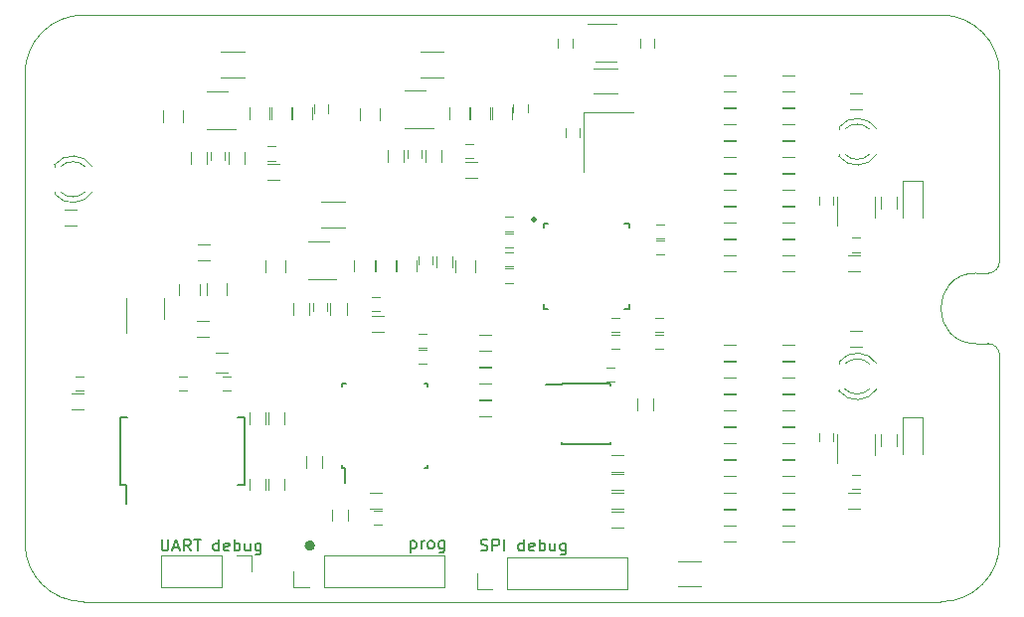
<source format=gbr>
G04 #@! TF.GenerationSoftware,KiCad,Pcbnew,(5.1.2)-1*
G04 #@! TF.CreationDate,2019-07-27T14:33:51+02:00*
G04 #@! TF.ProjectId,arbitrary_func_gen,61726269-7472-4617-9279-5f66756e635f,REV1.0*
G04 #@! TF.SameCoordinates,Original*
G04 #@! TF.FileFunction,Legend,Top*
G04 #@! TF.FilePolarity,Positive*
%FSLAX46Y46*%
G04 Gerber Fmt 4.6, Leading zero omitted, Abs format (unit mm)*
G04 Created by KiCad (PCBNEW (5.1.2)-1) date 2019-07-27 14:33:51*
%MOMM*%
%LPD*%
G04 APERTURE LIST*
%ADD10C,0.150000*%
%ADD11C,0.500000*%
%ADD12C,0.100000*%
%ADD13C,0.120000*%
G04 APERTURE END LIST*
D10*
X84645714Y-84672380D02*
X84645714Y-85481904D01*
X84693333Y-85577142D01*
X84740952Y-85624761D01*
X84836190Y-85672380D01*
X85026666Y-85672380D01*
X85121904Y-85624761D01*
X85169523Y-85577142D01*
X85217142Y-85481904D01*
X85217142Y-84672380D01*
X85645714Y-85386666D02*
X86121904Y-85386666D01*
X85550476Y-85672380D02*
X85883809Y-84672380D01*
X86217142Y-85672380D01*
X87121904Y-85672380D02*
X86788571Y-85196190D01*
X86550476Y-85672380D02*
X86550476Y-84672380D01*
X86931428Y-84672380D01*
X87026666Y-84720000D01*
X87074285Y-84767619D01*
X87121904Y-84862857D01*
X87121904Y-85005714D01*
X87074285Y-85100952D01*
X87026666Y-85148571D01*
X86931428Y-85196190D01*
X86550476Y-85196190D01*
X87407619Y-84672380D02*
X87979047Y-84672380D01*
X87693333Y-85672380D02*
X87693333Y-84672380D01*
X89502857Y-85672380D02*
X89502857Y-84672380D01*
X89502857Y-85624761D02*
X89407619Y-85672380D01*
X89217142Y-85672380D01*
X89121904Y-85624761D01*
X89074285Y-85577142D01*
X89026666Y-85481904D01*
X89026666Y-85196190D01*
X89074285Y-85100952D01*
X89121904Y-85053333D01*
X89217142Y-85005714D01*
X89407619Y-85005714D01*
X89502857Y-85053333D01*
X90360000Y-85624761D02*
X90264761Y-85672380D01*
X90074285Y-85672380D01*
X89979047Y-85624761D01*
X89931428Y-85529523D01*
X89931428Y-85148571D01*
X89979047Y-85053333D01*
X90074285Y-85005714D01*
X90264761Y-85005714D01*
X90360000Y-85053333D01*
X90407619Y-85148571D01*
X90407619Y-85243809D01*
X89931428Y-85339047D01*
X90836190Y-85672380D02*
X90836190Y-84672380D01*
X90836190Y-85053333D02*
X90931428Y-85005714D01*
X91121904Y-85005714D01*
X91217142Y-85053333D01*
X91264761Y-85100952D01*
X91312380Y-85196190D01*
X91312380Y-85481904D01*
X91264761Y-85577142D01*
X91217142Y-85624761D01*
X91121904Y-85672380D01*
X90931428Y-85672380D01*
X90836190Y-85624761D01*
X92169523Y-85005714D02*
X92169523Y-85672380D01*
X91740952Y-85005714D02*
X91740952Y-85529523D01*
X91788571Y-85624761D01*
X91883809Y-85672380D01*
X92026666Y-85672380D01*
X92121904Y-85624761D01*
X92169523Y-85577142D01*
X93074285Y-85005714D02*
X93074285Y-85815238D01*
X93026666Y-85910476D01*
X92979047Y-85958095D01*
X92883809Y-86005714D01*
X92740952Y-86005714D01*
X92645714Y-85958095D01*
X93074285Y-85624761D02*
X92979047Y-85672380D01*
X92788571Y-85672380D01*
X92693333Y-85624761D01*
X92645714Y-85577142D01*
X92598095Y-85481904D01*
X92598095Y-85196190D01*
X92645714Y-85100952D01*
X92693333Y-85053333D01*
X92788571Y-85005714D01*
X92979047Y-85005714D01*
X93074285Y-85053333D01*
X111817142Y-85624761D02*
X111960000Y-85672380D01*
X112198095Y-85672380D01*
X112293333Y-85624761D01*
X112340952Y-85577142D01*
X112388571Y-85481904D01*
X112388571Y-85386666D01*
X112340952Y-85291428D01*
X112293333Y-85243809D01*
X112198095Y-85196190D01*
X112007619Y-85148571D01*
X111912380Y-85100952D01*
X111864761Y-85053333D01*
X111817142Y-84958095D01*
X111817142Y-84862857D01*
X111864761Y-84767619D01*
X111912380Y-84720000D01*
X112007619Y-84672380D01*
X112245714Y-84672380D01*
X112388571Y-84720000D01*
X112817142Y-85672380D02*
X112817142Y-84672380D01*
X113198095Y-84672380D01*
X113293333Y-84720000D01*
X113340952Y-84767619D01*
X113388571Y-84862857D01*
X113388571Y-85005714D01*
X113340952Y-85100952D01*
X113293333Y-85148571D01*
X113198095Y-85196190D01*
X112817142Y-85196190D01*
X113817142Y-85672380D02*
X113817142Y-84672380D01*
X115483809Y-85672380D02*
X115483809Y-84672380D01*
X115483809Y-85624761D02*
X115388571Y-85672380D01*
X115198095Y-85672380D01*
X115102857Y-85624761D01*
X115055238Y-85577142D01*
X115007619Y-85481904D01*
X115007619Y-85196190D01*
X115055238Y-85100952D01*
X115102857Y-85053333D01*
X115198095Y-85005714D01*
X115388571Y-85005714D01*
X115483809Y-85053333D01*
X116340952Y-85624761D02*
X116245714Y-85672380D01*
X116055238Y-85672380D01*
X115960000Y-85624761D01*
X115912380Y-85529523D01*
X115912380Y-85148571D01*
X115960000Y-85053333D01*
X116055238Y-85005714D01*
X116245714Y-85005714D01*
X116340952Y-85053333D01*
X116388571Y-85148571D01*
X116388571Y-85243809D01*
X115912380Y-85339047D01*
X116817142Y-85672380D02*
X116817142Y-84672380D01*
X116817142Y-85053333D02*
X116912380Y-85005714D01*
X117102857Y-85005714D01*
X117198095Y-85053333D01*
X117245714Y-85100952D01*
X117293333Y-85196190D01*
X117293333Y-85481904D01*
X117245714Y-85577142D01*
X117198095Y-85624761D01*
X117102857Y-85672380D01*
X116912380Y-85672380D01*
X116817142Y-85624761D01*
X118150476Y-85005714D02*
X118150476Y-85672380D01*
X117721904Y-85005714D02*
X117721904Y-85529523D01*
X117769523Y-85624761D01*
X117864761Y-85672380D01*
X118007619Y-85672380D01*
X118102857Y-85624761D01*
X118150476Y-85577142D01*
X119055238Y-85005714D02*
X119055238Y-85815238D01*
X119007619Y-85910476D01*
X118960000Y-85958095D01*
X118864761Y-86005714D01*
X118721904Y-86005714D01*
X118626666Y-85958095D01*
X119055238Y-85624761D02*
X118960000Y-85672380D01*
X118769523Y-85672380D01*
X118674285Y-85624761D01*
X118626666Y-85577142D01*
X118579047Y-85481904D01*
X118579047Y-85196190D01*
X118626666Y-85100952D01*
X118674285Y-85053333D01*
X118769523Y-85005714D01*
X118960000Y-85005714D01*
X119055238Y-85053333D01*
X105831428Y-84805714D02*
X105831428Y-85805714D01*
X105831428Y-84853333D02*
X105926666Y-84805714D01*
X106117142Y-84805714D01*
X106212380Y-84853333D01*
X106260000Y-84900952D01*
X106307619Y-84996190D01*
X106307619Y-85281904D01*
X106260000Y-85377142D01*
X106212380Y-85424761D01*
X106117142Y-85472380D01*
X105926666Y-85472380D01*
X105831428Y-85424761D01*
X106736190Y-85472380D02*
X106736190Y-84805714D01*
X106736190Y-84996190D02*
X106783809Y-84900952D01*
X106831428Y-84853333D01*
X106926666Y-84805714D01*
X107021904Y-84805714D01*
X107498095Y-85472380D02*
X107402857Y-85424761D01*
X107355238Y-85377142D01*
X107307619Y-85281904D01*
X107307619Y-84996190D01*
X107355238Y-84900952D01*
X107402857Y-84853333D01*
X107498095Y-84805714D01*
X107640952Y-84805714D01*
X107736190Y-84853333D01*
X107783809Y-84900952D01*
X107831428Y-84996190D01*
X107831428Y-85281904D01*
X107783809Y-85377142D01*
X107736190Y-85424761D01*
X107640952Y-85472380D01*
X107498095Y-85472380D01*
X108688571Y-84805714D02*
X108688571Y-85615238D01*
X108640952Y-85710476D01*
X108593333Y-85758095D01*
X108498095Y-85805714D01*
X108355238Y-85805714D01*
X108260000Y-85758095D01*
X108688571Y-85424761D02*
X108593333Y-85472380D01*
X108402857Y-85472380D01*
X108307619Y-85424761D01*
X108260000Y-85377142D01*
X108212380Y-85281904D01*
X108212380Y-84996190D01*
X108260000Y-84900952D01*
X108307619Y-84853333D01*
X108402857Y-84805714D01*
X108593333Y-84805714D01*
X108688571Y-84853333D01*
D11*
X97460000Y-85220000D02*
G75*
G03X97460000Y-85220000I-200000J0D01*
G01*
D12*
X155000000Y-68000000D02*
X154000000Y-68000000D01*
X156000000Y-85000000D02*
X156000000Y-69000000D01*
X78000000Y-90000000D02*
X151000000Y-90000000D01*
X73000000Y-45000000D02*
X73000000Y-85000000D01*
X151000000Y-40000000D02*
X78000000Y-40000000D01*
X156000000Y-61000000D02*
X156000000Y-45000000D01*
X154000000Y-62000000D02*
X155000000Y-62000000D01*
X156000000Y-61000000D02*
G75*
G02X155000000Y-62000000I-1000000J0D01*
G01*
X154000000Y-68000000D02*
G75*
G02X154000000Y-62000000I0J3000000D01*
G01*
X155000000Y-68000000D02*
G75*
G02X156000000Y-69000000I0J-1000000D01*
G01*
X156000000Y-85000000D02*
G75*
G02X151000000Y-90000000I-5000000J0D01*
G01*
X78000000Y-90000000D02*
G75*
G02X73000000Y-85000000I0J5000000D01*
G01*
X73000000Y-45000000D02*
G75*
G02X78000000Y-40000000I5000000J0D01*
G01*
X151000000Y-40000000D02*
G75*
G02X156000000Y-45000000I0J-5000000D01*
G01*
D13*
X100260000Y-58090000D02*
X98260000Y-58090000D01*
X98260000Y-55950000D02*
X100260000Y-55950000D01*
X91660000Y-45290000D02*
X89660000Y-45290000D01*
X89660000Y-43150000D02*
X91660000Y-43150000D01*
X108660000Y-45290000D02*
X106660000Y-45290000D01*
X106660000Y-43150000D02*
X108660000Y-43150000D01*
X99180000Y-83120000D02*
X99180000Y-82120000D01*
X100540000Y-82120000D02*
X100540000Y-83120000D01*
X107210000Y-69710000D02*
X106510000Y-69710000D01*
X106510000Y-68510000D02*
X107210000Y-68510000D01*
D11*
X116300000Y-57400000D02*
G75*
G03X116300000Y-57400000I0J0D01*
G01*
D10*
X124450000Y-65050000D02*
X124450000Y-64650000D01*
X124050000Y-65050000D02*
X124450000Y-65050000D01*
X117150000Y-65050000D02*
X117150000Y-64650000D01*
X117550000Y-65050000D02*
X117150000Y-65050000D01*
X124450000Y-57750000D02*
X124450000Y-58150000D01*
X124050000Y-57750000D02*
X124450000Y-57750000D01*
X117150000Y-57750000D02*
X117150000Y-58150000D01*
X117550000Y-57750000D02*
X117150000Y-57750000D01*
D13*
X122960000Y-79140000D02*
X123960000Y-79140000D01*
X123960000Y-80500000D02*
X122960000Y-80500000D01*
X84590000Y-86070000D02*
X84590000Y-88730000D01*
X89730000Y-86070000D02*
X84590000Y-86070000D01*
X89730000Y-88730000D02*
X84590000Y-88730000D01*
X89730000Y-86070000D02*
X89730000Y-88730000D01*
X91000000Y-86070000D02*
X92330000Y-86070000D01*
X92330000Y-86070000D02*
X92330000Y-87400000D01*
X128600000Y-86530000D02*
X130600000Y-86530000D01*
X130600000Y-88670000D02*
X128600000Y-88670000D01*
X121460000Y-44550000D02*
X123460000Y-44550000D01*
X123460000Y-46690000D02*
X121460000Y-46690000D01*
X90250000Y-46540000D02*
X88450000Y-46540000D01*
X88450000Y-49760000D02*
X90900000Y-49760000D01*
X107100000Y-46390000D02*
X105300000Y-46390000D01*
X105300000Y-49610000D02*
X107750000Y-49610000D01*
X98880000Y-59320000D02*
X97080000Y-59320000D01*
X97080000Y-62540000D02*
X99530000Y-62540000D01*
X121600000Y-44010000D02*
X123400000Y-44010000D01*
X123400000Y-40790000D02*
X120950000Y-40790000D01*
X77400000Y-57930000D02*
X76400000Y-57930000D01*
X76400000Y-56570000D02*
X77400000Y-56570000D01*
X109380000Y-60530000D02*
X109380000Y-61530000D01*
X108020000Y-61530000D02*
X108020000Y-60530000D01*
X87120000Y-52700000D02*
X87120000Y-51700000D01*
X88480000Y-51700000D02*
X88480000Y-52700000D01*
X91680000Y-51690000D02*
X91680000Y-52690000D01*
X90320000Y-52690000D02*
X90320000Y-51690000D01*
X103920000Y-52500000D02*
X103920000Y-51500000D01*
X105280000Y-51500000D02*
X105280000Y-52500000D01*
X108480000Y-51500000D02*
X108480000Y-52500000D01*
X107120000Y-52500000D02*
X107120000Y-51500000D01*
X95820000Y-65540000D02*
X95820000Y-64540000D01*
X97180000Y-64540000D02*
X97180000Y-65540000D01*
X100380000Y-64530000D02*
X100380000Y-65530000D01*
X99020000Y-65530000D02*
X99020000Y-64530000D01*
X93650000Y-52720000D02*
X94650000Y-52720000D01*
X94650000Y-54080000D02*
X93650000Y-54080000D01*
X110500000Y-52520000D02*
X111500000Y-52520000D01*
X111500000Y-53880000D02*
X110500000Y-53880000D01*
X102560000Y-65620000D02*
X103560000Y-65620000D01*
X103560000Y-66980000D02*
X102560000Y-66980000D01*
X88630000Y-67400000D02*
X87630000Y-67400000D01*
X87630000Y-66040000D02*
X88630000Y-66040000D01*
X88700000Y-60910000D02*
X87700000Y-60910000D01*
X87700000Y-59550000D02*
X88700000Y-59550000D01*
X78742335Y-52921392D02*
G75*
G03X75510000Y-52764484I-1672335J-1078608D01*
G01*
X78742335Y-55078608D02*
G75*
G02X75510000Y-55235516I-1672335J1078608D01*
G01*
X78111130Y-52920163D02*
G75*
G03X76029039Y-52920000I-1041130J-1079837D01*
G01*
X78111130Y-55079837D02*
G75*
G02X76029039Y-55080000I-1041130J1079837D01*
G01*
X75510000Y-52764000D02*
X75510000Y-52920000D01*
X75510000Y-55080000D02*
X75510000Y-55236000D01*
X111350000Y-61930000D02*
X111350000Y-60930000D01*
X109650000Y-60930000D02*
X109650000Y-61930000D01*
X93850000Y-48900000D02*
X93850000Y-47900000D01*
X92150000Y-47900000D02*
X92150000Y-48900000D01*
X110850000Y-48900000D02*
X110850000Y-47900000D01*
X109150000Y-47900000D02*
X109150000Y-48900000D01*
X104550000Y-61880000D02*
X104550000Y-60880000D01*
X102850000Y-60880000D02*
X102850000Y-61880000D01*
X97430000Y-48900000D02*
X97430000Y-47900000D01*
X95730000Y-47900000D02*
X95730000Y-48900000D01*
X112650000Y-48900000D02*
X112650000Y-47900000D01*
X110950000Y-47900000D02*
X110950000Y-48900000D01*
X106350000Y-61880000D02*
X106350000Y-60880000D01*
X104650000Y-60880000D02*
X104650000Y-61880000D01*
X95650000Y-48900000D02*
X95650000Y-47900000D01*
X93950000Y-47900000D02*
X93950000Y-48900000D01*
X114450000Y-48900000D02*
X114450000Y-47900000D01*
X112750000Y-47900000D02*
X112750000Y-48900000D01*
X102750000Y-61880000D02*
X102750000Y-60880000D01*
X101050000Y-60880000D02*
X101050000Y-61880000D01*
X98800000Y-47650000D02*
X98800000Y-48350000D01*
X97600000Y-48350000D02*
X97600000Y-47650000D01*
X115800000Y-47600000D02*
X115800000Y-48300000D01*
X114600000Y-48300000D02*
X114600000Y-47600000D01*
X107700000Y-60580000D02*
X107700000Y-61280000D01*
X106500000Y-61280000D02*
X106500000Y-60580000D01*
X88800000Y-52390000D02*
X88800000Y-51690000D01*
X90000000Y-51690000D02*
X90000000Y-52390000D01*
X105600000Y-52200000D02*
X105600000Y-51500000D01*
X106800000Y-51500000D02*
X106800000Y-52200000D01*
X97500000Y-65230000D02*
X97500000Y-64530000D01*
X98700000Y-64530000D02*
X98700000Y-65230000D01*
X93650000Y-51200000D02*
X94350000Y-51200000D01*
X94350000Y-52400000D02*
X93650000Y-52400000D01*
X110500000Y-51000000D02*
X111200000Y-51000000D01*
X111200000Y-52200000D02*
X110500000Y-52200000D01*
X102550000Y-64030000D02*
X103250000Y-64030000D01*
X103250000Y-65230000D02*
X102550000Y-65230000D01*
X86450000Y-49100000D02*
X86450000Y-48100000D01*
X84750000Y-48100000D02*
X84750000Y-49100000D01*
X103250000Y-48950000D02*
X103250000Y-47950000D01*
X101550000Y-47950000D02*
X101550000Y-48950000D01*
X95150000Y-61930000D02*
X95150000Y-60930000D01*
X93450000Y-60930000D02*
X93450000Y-61930000D01*
X126600000Y-42050000D02*
X126600000Y-42750000D01*
X125400000Y-42750000D02*
X125400000Y-42050000D01*
X119600000Y-42050000D02*
X119600000Y-42750000D01*
X118400000Y-42750000D02*
X118400000Y-42050000D01*
X90190000Y-63880000D02*
X90190000Y-62880000D01*
X88490000Y-62880000D02*
X88490000Y-63880000D01*
X87850000Y-63900000D02*
X87850000Y-62900000D01*
X86150000Y-62900000D02*
X86150000Y-63900000D01*
X124785000Y-48270000D02*
X120535000Y-48270000D01*
X120535000Y-48270000D02*
X120535000Y-53370000D01*
X145410000Y-77500000D02*
X145410000Y-75700000D01*
X142190000Y-75700000D02*
X142190000Y-78150000D01*
X145410000Y-57300000D02*
X145410000Y-55500000D01*
X142190000Y-55500000D02*
X142190000Y-57950000D01*
D10*
X118725000Y-71425000D02*
X118725000Y-71475000D01*
X122875000Y-71425000D02*
X122875000Y-71570000D01*
X122875000Y-76575000D02*
X122875000Y-76430000D01*
X118725000Y-76575000D02*
X118725000Y-76430000D01*
X118725000Y-71425000D02*
X122875000Y-71425000D01*
X118725000Y-76575000D02*
X122875000Y-76575000D01*
X118725000Y-71475000D02*
X117325000Y-71475000D01*
D13*
X84810000Y-65900000D02*
X84810000Y-64100000D01*
X81590000Y-64100000D02*
X81590000Y-67050000D01*
D10*
X81075000Y-80075000D02*
X81650000Y-80075000D01*
X81075000Y-74325000D02*
X81725000Y-74325000D01*
X91725000Y-74325000D02*
X91075000Y-74325000D01*
X91725000Y-80075000D02*
X91075000Y-80075000D01*
X81075000Y-80075000D02*
X81075000Y-74325000D01*
X91725000Y-80075000D02*
X91725000Y-74325000D01*
X81650000Y-80075000D02*
X81650000Y-81675000D01*
X100035000Y-78645000D02*
X100260000Y-78645000D01*
X100035000Y-71395000D02*
X100335000Y-71395000D01*
X107285000Y-71395000D02*
X106985000Y-71395000D01*
X107285000Y-78645000D02*
X106985000Y-78645000D01*
X100035000Y-78645000D02*
X100035000Y-78345000D01*
X107285000Y-78645000D02*
X107285000Y-78345000D01*
X107285000Y-71395000D02*
X107285000Y-71695000D01*
X100035000Y-71395000D02*
X100035000Y-71695000D01*
X100260000Y-78645000D02*
X100260000Y-79870000D01*
D13*
X111710000Y-67240000D02*
X112710000Y-67240000D01*
X112710000Y-68600000D02*
X111710000Y-68600000D01*
X111710000Y-68640000D02*
X112710000Y-68640000D01*
X112710000Y-70000000D02*
X111710000Y-70000000D01*
X143300000Y-66920000D02*
X144300000Y-66920000D01*
X144300000Y-68280000D02*
X143300000Y-68280000D01*
X143300000Y-46720000D02*
X144300000Y-46720000D01*
X144300000Y-48080000D02*
X143300000Y-48080000D01*
X111710000Y-72840000D02*
X112710000Y-72840000D01*
X112710000Y-74200000D02*
X111710000Y-74200000D01*
X111710000Y-70040000D02*
X112710000Y-70040000D01*
X112710000Y-71400000D02*
X111710000Y-71400000D01*
X111710000Y-71440000D02*
X112710000Y-71440000D01*
X112710000Y-72800000D02*
X111710000Y-72800000D01*
X95080000Y-79500000D02*
X95080000Y-80500000D01*
X93720000Y-80500000D02*
X93720000Y-79500000D01*
X93480000Y-79500000D02*
X93480000Y-80500000D01*
X92120000Y-80500000D02*
X92120000Y-79500000D01*
X96980000Y-78610000D02*
X96980000Y-77610000D01*
X98340000Y-77610000D02*
X98340000Y-78610000D01*
X102360000Y-80740000D02*
X103360000Y-80740000D01*
X103360000Y-82100000D02*
X102360000Y-82100000D01*
X93480000Y-73900000D02*
X93480000Y-74900000D01*
X92120000Y-74900000D02*
X92120000Y-73900000D01*
X95080000Y-73900000D02*
X95080000Y-74900000D01*
X93720000Y-74900000D02*
X93720000Y-73900000D01*
X147280000Y-75700000D02*
X147280000Y-76700000D01*
X145920000Y-76700000D02*
X145920000Y-75700000D01*
X138500000Y-69480000D02*
X137500000Y-69480000D01*
X137500000Y-68120000D02*
X138500000Y-68120000D01*
X138500000Y-70880000D02*
X137500000Y-70880000D01*
X137500000Y-69520000D02*
X138500000Y-69520000D01*
X138500000Y-72280000D02*
X137500000Y-72280000D01*
X137500000Y-70920000D02*
X138500000Y-70920000D01*
X138500000Y-73680000D02*
X137500000Y-73680000D01*
X137500000Y-72320000D02*
X138500000Y-72320000D01*
X138500000Y-75080000D02*
X137500000Y-75080000D01*
X137500000Y-73720000D02*
X138500000Y-73720000D01*
X138500000Y-76480000D02*
X137500000Y-76480000D01*
X137500000Y-75120000D02*
X138500000Y-75120000D01*
X138500000Y-77880000D02*
X137500000Y-77880000D01*
X137500000Y-76520000D02*
X138500000Y-76520000D01*
X138500000Y-79280000D02*
X137500000Y-79280000D01*
X137500000Y-77920000D02*
X138500000Y-77920000D01*
X138500000Y-80680000D02*
X137500000Y-80680000D01*
X137500000Y-79320000D02*
X138500000Y-79320000D01*
X138500000Y-82080000D02*
X137500000Y-82080000D01*
X137500000Y-80720000D02*
X138500000Y-80720000D01*
X138500000Y-83480000D02*
X137500000Y-83480000D01*
X137500000Y-82120000D02*
X138500000Y-82120000D01*
X138500000Y-84880000D02*
X137500000Y-84880000D01*
X137500000Y-83520000D02*
X138500000Y-83520000D01*
X132500000Y-68120000D02*
X133500000Y-68120000D01*
X133500000Y-69480000D02*
X132500000Y-69480000D01*
X132500000Y-69520000D02*
X133500000Y-69520000D01*
X133500000Y-70880000D02*
X132500000Y-70880000D01*
X132500000Y-70920000D02*
X133500000Y-70920000D01*
X133500000Y-72280000D02*
X132500000Y-72280000D01*
X132500000Y-72320000D02*
X133500000Y-72320000D01*
X133500000Y-73680000D02*
X132500000Y-73680000D01*
X132500000Y-73720000D02*
X133500000Y-73720000D01*
X133500000Y-75080000D02*
X132500000Y-75080000D01*
X132500000Y-75120000D02*
X133500000Y-75120000D01*
X133500000Y-76480000D02*
X132500000Y-76480000D01*
X132500000Y-76520000D02*
X133500000Y-76520000D01*
X133500000Y-77880000D02*
X132500000Y-77880000D01*
X132500000Y-77920000D02*
X133500000Y-77920000D01*
X133500000Y-79280000D02*
X132500000Y-79280000D01*
X132500000Y-79320000D02*
X133500000Y-79320000D01*
X133500000Y-80680000D02*
X132500000Y-80680000D01*
X132500000Y-80720000D02*
X133500000Y-80720000D01*
X133500000Y-82080000D02*
X132500000Y-82080000D01*
X132500000Y-82120000D02*
X133500000Y-82120000D01*
X133500000Y-83480000D02*
X132500000Y-83480000D01*
X132500000Y-83520000D02*
X133500000Y-83520000D01*
X133500000Y-84880000D02*
X132500000Y-84880000D01*
X147280000Y-55500000D02*
X147280000Y-56500000D01*
X145920000Y-56500000D02*
X145920000Y-55500000D01*
X138500000Y-46480000D02*
X137500000Y-46480000D01*
X137500000Y-45120000D02*
X138500000Y-45120000D01*
X138500000Y-47880000D02*
X137500000Y-47880000D01*
X137500000Y-46520000D02*
X138500000Y-46520000D01*
X138500000Y-49280000D02*
X137500000Y-49280000D01*
X137500000Y-47920000D02*
X138500000Y-47920000D01*
X138500000Y-50680000D02*
X137500000Y-50680000D01*
X137500000Y-49320000D02*
X138500000Y-49320000D01*
X138500000Y-52080000D02*
X137500000Y-52080000D01*
X137500000Y-50720000D02*
X138500000Y-50720000D01*
X138500000Y-53480000D02*
X137500000Y-53480000D01*
X137500000Y-52120000D02*
X138500000Y-52120000D01*
X138500000Y-54880000D02*
X137500000Y-54880000D01*
X137500000Y-53520000D02*
X138500000Y-53520000D01*
X138500000Y-56280000D02*
X137500000Y-56280000D01*
X137500000Y-54920000D02*
X138500000Y-54920000D01*
X138500000Y-57680000D02*
X137500000Y-57680000D01*
X137500000Y-56320000D02*
X138500000Y-56320000D01*
X138500000Y-59080000D02*
X137500000Y-59080000D01*
X137500000Y-57720000D02*
X138500000Y-57720000D01*
X138500000Y-60480000D02*
X137500000Y-60480000D01*
X137500000Y-59120000D02*
X138500000Y-59120000D01*
X138500000Y-61880000D02*
X137500000Y-61880000D01*
X137500000Y-60520000D02*
X138500000Y-60520000D01*
X132500000Y-45120000D02*
X133500000Y-45120000D01*
X133500000Y-46480000D02*
X132500000Y-46480000D01*
X132500000Y-46520000D02*
X133500000Y-46520000D01*
X133500000Y-47880000D02*
X132500000Y-47880000D01*
X132500000Y-47920000D02*
X133500000Y-47920000D01*
X133500000Y-49280000D02*
X132500000Y-49280000D01*
X132500000Y-49320000D02*
X133500000Y-49320000D01*
X133500000Y-50680000D02*
X132500000Y-50680000D01*
X132500000Y-50720000D02*
X133500000Y-50720000D01*
X133500000Y-52080000D02*
X132500000Y-52080000D01*
X132500000Y-52120000D02*
X133500000Y-52120000D01*
X133500000Y-53480000D02*
X132500000Y-53480000D01*
X132500000Y-53520000D02*
X133500000Y-53520000D01*
X133500000Y-54880000D02*
X132500000Y-54880000D01*
X132500000Y-54920000D02*
X133500000Y-54920000D01*
X133500000Y-56280000D02*
X132500000Y-56280000D01*
X132500000Y-56320000D02*
X133500000Y-56320000D01*
X133500000Y-57680000D02*
X132500000Y-57680000D01*
X132500000Y-57720000D02*
X133500000Y-57720000D01*
X133500000Y-59080000D02*
X132500000Y-59080000D01*
X132500000Y-59120000D02*
X133500000Y-59120000D01*
X133500000Y-60480000D02*
X132500000Y-60480000D01*
X132500000Y-60520000D02*
X133500000Y-60520000D01*
X133500000Y-61880000D02*
X132500000Y-61880000D01*
X125120000Y-73700000D02*
X125120000Y-72700000D01*
X126480000Y-72700000D02*
X126480000Y-73700000D01*
X122960000Y-82340000D02*
X123960000Y-82340000D01*
X123960000Y-83700000D02*
X122960000Y-83700000D01*
X122960000Y-77540000D02*
X123960000Y-77540000D01*
X123960000Y-78900000D02*
X122960000Y-78900000D01*
X122960000Y-80740000D02*
X123960000Y-80740000D01*
X123960000Y-82100000D02*
X122960000Y-82100000D01*
X76960000Y-72240000D02*
X77960000Y-72240000D01*
X77960000Y-73600000D02*
X76960000Y-73600000D01*
X143100000Y-80720000D02*
X144100000Y-80720000D01*
X144100000Y-82080000D02*
X143100000Y-82080000D01*
X143100000Y-60520000D02*
X144100000Y-60520000D01*
X144100000Y-61880000D02*
X143100000Y-61880000D01*
X124290000Y-88920000D02*
X124290000Y-86260000D01*
X114070000Y-88920000D02*
X124290000Y-88920000D01*
X114070000Y-86260000D02*
X124290000Y-86260000D01*
X114070000Y-88920000D02*
X114070000Y-86260000D01*
X112800000Y-88920000D02*
X111470000Y-88920000D01*
X111470000Y-88920000D02*
X111470000Y-87590000D01*
X108690000Y-88730000D02*
X108690000Y-86070000D01*
X98470000Y-88730000D02*
X108690000Y-88730000D01*
X98470000Y-86070000D02*
X108690000Y-86070000D01*
X98470000Y-88730000D02*
X98470000Y-86070000D01*
X97200000Y-88730000D02*
X95870000Y-88730000D01*
X95870000Y-88730000D02*
X95870000Y-87400000D01*
X149450000Y-74300000D02*
X147750000Y-74300000D01*
X147750000Y-74300000D02*
X147750000Y-77450000D01*
X149450000Y-74300000D02*
X149450000Y-77450000D01*
X145542335Y-69721392D02*
G75*
G03X142310000Y-69564484I-1672335J-1078608D01*
G01*
X145542335Y-71878608D02*
G75*
G02X142310000Y-72035516I-1672335J1078608D01*
G01*
X144911130Y-69720163D02*
G75*
G03X142829039Y-69720000I-1041130J-1079837D01*
G01*
X144911130Y-71879837D02*
G75*
G02X142829039Y-71880000I-1041130J1079837D01*
G01*
X142310000Y-69564000D02*
X142310000Y-69720000D01*
X142310000Y-71880000D02*
X142310000Y-72036000D01*
X145542335Y-49721392D02*
G75*
G03X142310000Y-49564484I-1672335J-1078608D01*
G01*
X145542335Y-51878608D02*
G75*
G02X142310000Y-52035516I-1672335J1078608D01*
G01*
X144911130Y-49720163D02*
G75*
G03X142829039Y-49720000I-1041130J-1079837D01*
G01*
X144911130Y-51879837D02*
G75*
G02X142829039Y-51880000I-1041130J1079837D01*
G01*
X142310000Y-49564000D02*
X142310000Y-49720000D01*
X142310000Y-51880000D02*
X142310000Y-52036000D01*
X149450000Y-54100000D02*
X147750000Y-54100000D01*
X147750000Y-54100000D02*
X147750000Y-57250000D01*
X149450000Y-54100000D02*
X149450000Y-57250000D01*
X107210000Y-68380000D02*
X106510000Y-68380000D01*
X106510000Y-67180000D02*
X107210000Y-67180000D01*
X103410000Y-83420000D02*
X102710000Y-83420000D01*
X102710000Y-82220000D02*
X103410000Y-82220000D01*
X89240000Y-70510000D02*
X90240000Y-70510000D01*
X90240000Y-68810000D02*
X89240000Y-68810000D01*
X86080000Y-70800000D02*
X86780000Y-70800000D01*
X86780000Y-72000000D02*
X86080000Y-72000000D01*
X90550000Y-72000000D02*
X89850000Y-72000000D01*
X89850000Y-70800000D02*
X90550000Y-70800000D01*
X144150000Y-80400000D02*
X143450000Y-80400000D01*
X143450000Y-79200000D02*
X144150000Y-79200000D01*
X141800000Y-55450000D02*
X141800000Y-56150000D01*
X140600000Y-56150000D02*
X140600000Y-55450000D01*
X144150000Y-60200000D02*
X143450000Y-60200000D01*
X143450000Y-59000000D02*
X144150000Y-59000000D01*
X141800000Y-75650000D02*
X141800000Y-76350000D01*
X140600000Y-76350000D02*
X140600000Y-75650000D01*
X123210000Y-71220000D02*
X122510000Y-71220000D01*
X122510000Y-70020000D02*
X123210000Y-70020000D01*
X120260000Y-49670000D02*
X120260000Y-50370000D01*
X119060000Y-50370000D02*
X119060000Y-49670000D01*
X122910000Y-67220000D02*
X123610000Y-67220000D01*
X123610000Y-68420000D02*
X122910000Y-68420000D01*
X122910000Y-65780000D02*
X123610000Y-65780000D01*
X123610000Y-66980000D02*
X122910000Y-66980000D01*
X126650000Y-67220000D02*
X127350000Y-67220000D01*
X127350000Y-68420000D02*
X126650000Y-68420000D01*
X114550000Y-58420000D02*
X113850000Y-58420000D01*
X113850000Y-57220000D02*
X114550000Y-57220000D01*
X126650000Y-65820000D02*
X127350000Y-65820000D01*
X127350000Y-67020000D02*
X126650000Y-67020000D01*
X114550000Y-59800000D02*
X113850000Y-59800000D01*
X113850000Y-58600000D02*
X114550000Y-58600000D01*
X114550000Y-62820000D02*
X113850000Y-62820000D01*
X113850000Y-61620000D02*
X114550000Y-61620000D01*
X126710000Y-57820000D02*
X127410000Y-57820000D01*
X127410000Y-59020000D02*
X126710000Y-59020000D01*
X114550000Y-61400000D02*
X113850000Y-61400000D01*
X113850000Y-60200000D02*
X114550000Y-60200000D01*
X126710000Y-59220000D02*
X127410000Y-59220000D01*
X127410000Y-60420000D02*
X126710000Y-60420000D01*
X77300000Y-70780000D02*
X78000000Y-70780000D01*
X78000000Y-71980000D02*
X77300000Y-71980000D01*
M02*

</source>
